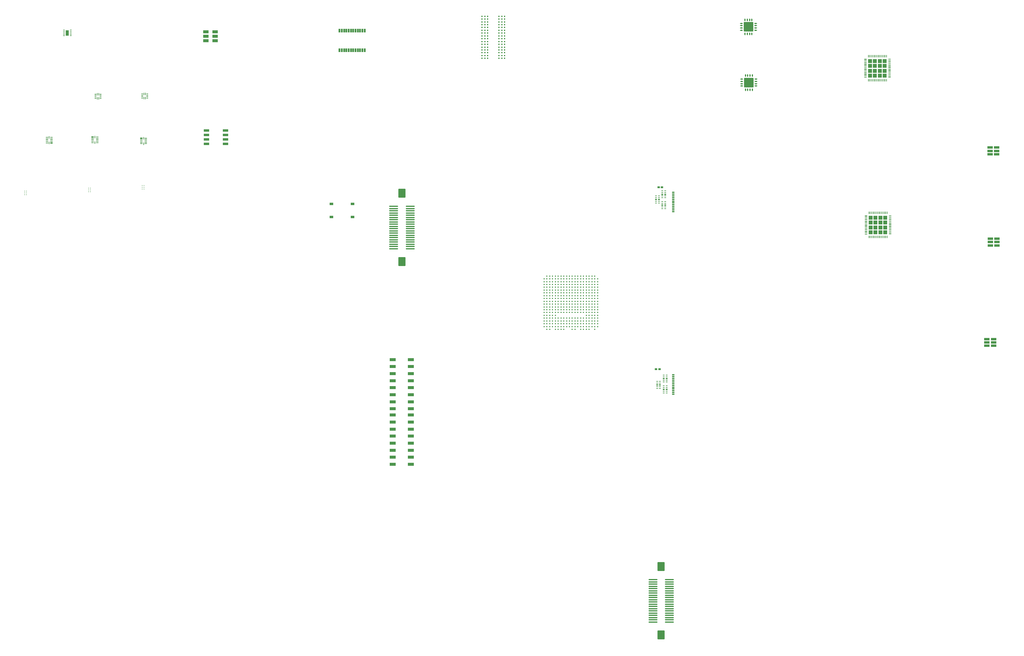
<source format=gtp>
%FSLAX46Y46*%
%MOMM*%
%AMPS22*
1,1,0.250000,0.000000,0.000000*
%
%ADD22PS22*%
%AMPS46*
1,1,0.400000,0.000000,0.000000*
%
%ADD46PS46*%
%AMPS30*
1,1,0.350000,0.000000,0.000000*
%
%ADD30PS30*%
%AMPS45*
21,1,0.890000,1.650000,0.000000,0.000000,90.000000*
%
%ADD45PS45*%
%AMPS44*
21,1,0.890000,1.650000,0.000000,0.000000,270.000000*
%
%ADD44PS44*%
%AMPS50*
21,1,0.450000,1.050000,0.000000,0.000000,0.000000*
%
%ADD50PS50*%
%AMPS51*
21,1,0.450000,1.050000,0.000000,0.000000,180.000000*
%
%ADD51PS51*%
%AMPS52*
21,1,0.600000,0.500000,0.000000,0.000000,0.000000*
%
%ADD52PS52*%
%AMPS43*
21,1,0.600000,0.500000,0.000000,0.000000,180.000000*
%
%ADD43PS43*%
%AMPS10*
21,1,0.650000,1.450000,0.000000,0.000000,90.000000*
%
%ADD10PS10*%
%AMPS11*
21,1,0.650000,1.450000,0.000000,0.000000,270.000000*
%
%ADD11PS11*%
%AMPS12*
21,1,0.690000,0.320000,0.000000,0.000000,0.000000*
%
%ADD12PS12*%
%AMPS37*
21,1,0.690000,0.320000,0.000000,0.000000,180.000000*
%
%ADD37PS37*%
%AMPS40*
21,1,0.890000,1.600000,0.000000,0.000000,90.000000*
%
%ADD40PS40*%
%AMPS39*
21,1,0.890000,1.600000,0.000000,0.000000,270.000000*
%
%ADD39PS39*%
%AMPS42*
21,1,0.220000,0.700000,0.000000,0.000000,0.000000*
%
%ADD42PS42*%
%AMPS48*
21,1,0.600000,1.500000,0.000000,0.000000,90.000000*
%
%ADD48PS48*%
%AMPS47*
21,1,0.600000,1.500000,0.000000,0.000000,270.000000*
%
%ADD47PS47*%
%AMPS41*
21,1,0.220000,0.450000,0.000000,0.000000,270.000000*
%
%ADD41PS41*%
%AMPS24*
21,1,0.700000,0.220000,0.000000,0.000000,180.000000*
%
%ADD24PS24*%
%AMPS23*
21,1,0.700000,0.220000,0.000000,0.000000,270.000000*
%
%ADD23PS23*%
%AMPS13*
21,1,0.690000,0.220000,0.000000,0.000000,0.000000*
%
%ADD13PS13*%
%AMPS15*
21,1,0.690000,0.220000,0.000000,0.000000,90.000000*
%
%ADD15PS15*%
%AMPS16*
21,1,0.690000,0.220000,0.000000,0.000000,180.000000*
%
%ADD16PS16*%
%AMPS14*
21,1,0.690000,0.220000,0.000000,0.000000,270.000000*
%
%ADD14PS14*%
%AMPS38*
21,1,0.320000,0.700000,0.000000,0.000000,90.000000*
%
%ADD38PS38*%
%AMPS27*
4,1,4,
0.150000,0.150000,
0.150000,1.250000,
1.250000,1.250000,
1.250000,0.150000,
0.150000,0.150000,
0
*
4,1,4,
0.150000,1.550000,
0.150000,2.650000,
1.250000,2.650000,
1.250000,1.550000,
0.150000,1.550000,
0
*
4,1,4,
1.550000,0.150000,
1.550000,1.250000,
2.650000,1.250000,
2.650000,0.150000,
1.550000,0.150000,
0
*
4,1,4,
0.150000,-2.650000,
0.150000,-1.550000,
1.250000,-1.550000,
1.250000,-2.650000,
0.150000,-2.650000,
0
*
4,1,4,
-1.250000,1.550000,
-1.250000,2.650000,
-0.150000,2.650000,
-0.150000,1.550000,
-1.250000,1.550000,
0
*
4,1,4,
1.550000,-2.650000,
1.550000,-1.550000,
2.650000,-1.550000,
2.650000,-2.650000,
1.550000,-2.650000,
0
*
4,1,4,
-2.650000,-1.250000,
-2.650000,-0.150000,
-1.550000,-0.150000,
-1.550000,-1.250000,
-2.650000,-1.250000,
0
*
4,1,4,
-2.650000,0.150000,
-2.650000,1.250000,
-1.550000,1.250000,
-1.550000,0.150000,
-2.650000,0.150000,
0
*
4,1,4,
-1.250000,-1.250000,
-1.250000,-0.150000,
-0.150000,-0.150000,
-0.150000,-1.250000,
-1.250000,-1.250000,
0
*
4,1,4,
1.550000,-1.250000,
1.550000,-0.150000,
2.650000,-0.150000,
2.650000,-1.250000,
1.550000,-1.250000,
0
*
4,1,4,
0.150000,-1.250000,
0.150000,-0.150000,
1.250000,-0.150000,
1.250000,-1.250000,
0.150000,-1.250000,
0
*
4,1,4,
-1.250000,0.150000,
-1.250000,1.250000,
-0.150000,1.250000,
-0.150000,0.150000,
-1.250000,0.150000,
0
*
4,1,4,
-2.650000,1.550000,
-2.650000,2.650000,
-1.550000,2.650000,
-1.550000,1.550000,
-2.650000,1.550000,
0
*
4,1,4,
-2.650000,-2.650000,
-2.650000,-1.550000,
-1.550000,-1.550000,
-1.550000,-2.650000,
-2.650000,-2.650000,
0
*
4,1,4,
-1.250000,-2.650000,
-1.250000,-1.550000,
-0.150000,-1.550000,
-0.150000,-2.650000,
-1.250000,-2.650000,
0
*
4,1,4,
1.550000,1.550000,
1.550000,2.650000,
2.650000,2.650000,
2.650000,1.550000,
1.550000,1.550000,
0
*
%
%ADD27PS27*%
%AMPS31*
1,1,0.100000,-0.200000,-0.050000*
1,1,0.100000,-0.200000,0.050000*
21,1,0.500000,0.100000,0.000000,0.000000,0.000000*
21,1,0.400000,0.200000,0.000000,0.000000,0.000000*
1,1,0.100000,0.200000,-0.050000*
1,1,0.100000,0.200000,0.050000*
%
%ADD31PS31*%
%AMPS32*
1,1,0.100000,0.200000,0.050000*
1,1,0.100000,0.200000,-0.050000*
21,1,0.500000,0.100000,0.000000,0.000000,180.000000*
21,1,0.400000,0.200000,0.000000,0.000000,180.000000*
1,1,0.100000,-0.200000,0.050000*
1,1,0.100000,-0.200000,-0.050000*
%
%ADD32PS32*%
%AMPS36*
1,1,0.200000,-0.900000,1.150000*
1,1,0.200000,0.900000,1.150000*
21,1,2.500000,1.800000,0.000000,0.000000,270.000000*
21,1,2.300000,2.000000,0.000000,0.000000,270.000000*
1,1,0.200000,-0.900000,-1.150000*
1,1,0.200000,0.900000,-1.150000*
%
%ADD36PS36*%
%AMPS21*
1,1,0.100000,-1.300000,-1.300000*
1,1,0.100000,-1.300000,1.300000*
21,1,2.700000,2.600000,0.000000,0.000000,0.000000*
21,1,2.600000,2.700000,0.000000,0.000000,0.000000*
1,1,0.100000,1.300000,-1.300000*
1,1,0.100000,1.300000,1.300000*
%
%ADD21PS21*%
%AMPS28*
1,1,0.100000,0.232500,0.050000*
1,1,0.100000,0.232500,-0.050000*
21,1,0.565000,0.100000,0.000000,0.000000,180.000000*
21,1,0.465000,0.200000,0.000000,0.000000,180.000000*
1,1,0.100000,-0.232500,0.050000*
1,1,0.100000,-0.232500,-0.050000*
%
%ADD28PS28*%
%AMPS33*
1,1,0.100000,0.400000,0.700000*
1,1,0.100000,0.400000,-0.700000*
21,1,0.900000,1.400000,0.000000,0.000000,180.000000*
21,1,0.800000,1.500000,0.000000,0.000000,180.000000*
1,1,0.100000,-0.400000,0.700000*
1,1,0.100000,-0.400000,-0.700000*
%
%ADD33PS33*%
%AMPS49*
1,1,0.200000,-0.400000,-0.275000*
1,1,0.200000,-0.400000,0.275000*
21,1,1.000000,0.550000,0.000000,0.000000,0.000000*
21,1,0.800000,0.750000,0.000000,0.000000,0.000000*
1,1,0.200000,0.400000,-0.275000*
1,1,0.200000,0.400000,0.275000*
%
%ADD49PS49*%
%AMPS29*
1,1,0.100000,0.232500,0.150000*
1,1,0.100000,0.232500,-0.150000*
21,1,0.565000,0.300000,0.000000,0.000000,180.000000*
21,1,0.465000,0.400000,0.000000,0.000000,180.000000*
1,1,0.100000,-0.232500,0.150000*
1,1,0.100000,-0.232500,-0.150000*
%
%ADD29PS29*%
%AMPS34*
1,1,0.200000,1.150000,-0.075000*
1,1,0.200000,-1.150000,-0.075000*
21,1,0.350000,2.300000,0.000000,0.000000,90.000000*
21,1,0.150000,2.500000,0.000000,0.000000,90.000000*
1,1,0.200000,1.150000,0.075000*
1,1,0.200000,-1.150000,0.075000*
%
%ADD34PS34*%
%AMPS35*
1,1,0.200000,-1.150000,0.075000*
1,1,0.200000,1.150000,0.075000*
21,1,0.350000,2.300000,0.000000,0.000000,270.000000*
21,1,0.150000,2.500000,0.000000,0.000000,270.000000*
1,1,0.200000,-1.150000,-0.075000*
1,1,0.200000,1.150000,-0.075000*
%
%ADD35PS35*%
%AMPS19*
1,1,0.350000,0.000000,-0.225000*
1,1,0.350000,0.000000,0.225000*
21,1,0.350000,0.450000,0.000000,0.000000,0.000000*
21,1,0.000000,0.800000,0.000000,0.000000,0.000000*
1,1,0.350000,0.000000,-0.225000*
1,1,0.350000,0.000000,0.225000*
%
%ADD19PS19*%
%AMPS17*
1,1,0.350000,0.225000,0.000000*
1,1,0.350000,-0.225000,0.000000*
21,1,0.350000,0.450000,0.000000,0.000000,90.000000*
21,1,0.000000,0.800000,0.000000,0.000000,90.000000*
1,1,0.350000,0.225000,0.000000*
1,1,0.350000,-0.225000,0.000000*
%
%ADD17PS17*%
%AMPS20*
1,1,0.350000,0.000000,0.225000*
1,1,0.350000,0.000000,-0.225000*
21,1,0.350000,0.450000,0.000000,0.000000,180.000000*
21,1,0.000000,0.800000,0.000000,0.000000,180.000000*
1,1,0.350000,0.000000,0.225000*
1,1,0.350000,0.000000,-0.225000*
%
%ADD20PS20*%
%AMPS18*
1,1,0.350000,-0.225000,0.000000*
1,1,0.350000,0.225000,0.000000*
21,1,0.350000,0.450000,0.000000,0.000000,270.000000*
21,1,0.000000,0.800000,0.000000,0.000000,270.000000*
1,1,0.350000,-0.225000,0.000000*
1,1,0.350000,0.225000,0.000000*
%
%ADD18PS18*%
%AMPS26*
4,1,4,
0.010000,0.005000,
0.010000,0.215000,
0.690000,0.215000,
0.690000,0.005000,
0.010000,0.005000,
0
*
4,1,4,
0.010000,0.405000,
0.010000,0.615000,
0.690000,0.615000,
0.690000,0.405000,
0.010000,0.405000,
0
*
%
%ADD26PS26*%
%AMPS25*
4,1,4,
-0.010000,-0.005000,
-0.010000,-0.215000,
-0.690000,-0.215000,
-0.690000,-0.005000,
-0.010000,-0.005000,
0
*
4,1,4,
-0.010000,-0.405000,
-0.010000,-0.615000,
-0.690000,-0.615000,
-0.690000,-0.405000,
-0.010000,-0.405000,
0
*
4,1,4,
-0.010000,-0.805000,
-0.010000,-1.015000,
-0.690000,-1.015000,
-0.690000,-0.805000,
-0.010000,-0.805000,
0
*
%
%ADD25PS25*%
G01*
G01*
%LPD*%
G75*
D10*
X128140000Y-14840000D03*
D11*
X128140000Y-12940000D03*
D11*
X126240000Y-14840000D03*
D11*
X126240000Y-12940000D03*
D11*
X126240000Y-13890000D03*
D10*
X128140000Y-13890000D03*
D12*
X-139955000Y42915000D03*
D13*
X-139955000Y43715000D03*
D14*
X-140610000Y42910000D03*
D15*
X-140610000Y44520000D03*
D16*
X-141265000Y43715000D03*
D16*
X-141265000Y44115000D03*
D16*
X-141265000Y44515000D03*
D16*
X-141265000Y42915000D03*
D13*
X-139955000Y43315000D03*
D16*
X-141265000Y43315000D03*
D13*
X-139955000Y44515000D03*
D13*
X-139955000Y44115000D03*
D17*
X56500000Y60425000D03*
D18*
X60500000Y59775000D03*
D17*
X56500000Y59775000D03*
D19*
X58825000Y62100000D03*
D19*
X57525000Y62100000D03*
D18*
X60500000Y61075000D03*
D17*
X56500000Y61075000D03*
D20*
X58175000Y58100000D03*
D19*
X58175000Y62100000D03*
D21*
X58500000Y60100000D03*
D18*
X60500000Y59125000D03*
D19*
X59475000Y62100000D03*
D17*
X56500000Y59125000D03*
D20*
X59475000Y58100000D03*
D20*
X58825000Y58100000D03*
D20*
X57525000Y58100000D03*
D18*
X60500000Y60425000D03*
D22*
X-129400000Y29500000D03*
D22*
X-129400000Y30000000D03*
D22*
X-128900000Y29000000D03*
D22*
X-128900000Y29500000D03*
D22*
X-129400000Y29000000D03*
D22*
X-128900000Y30000000D03*
D23*
X94500000Y60760000D03*
D23*
X93700000Y67640000D03*
D23*
X93700000Y60760000D03*
D24*
X98540000Y62800000D03*
D25*
X92010000Y62510000D03*
D23*
X95300000Y60760000D03*
D24*
X98540000Y65200000D03*
D23*
X95700000Y67640000D03*
D24*
X98540000Y66400000D03*
D23*
X97300000Y67640000D03*
D23*
X94100000Y67640000D03*
D23*
X95300000Y67640000D03*
D23*
X92900000Y67640000D03*
D23*
X92900000Y60760000D03*
D24*
X98540000Y63200000D03*
D26*
X98190000Y64290000D03*
D26*
X98190000Y63490000D03*
D23*
X94900000Y60760000D03*
D23*
X96100000Y67640000D03*
D23*
X95700000Y60760000D03*
D23*
X97700000Y60760000D03*
D23*
X92500000Y67640000D03*
D23*
X96500000Y60760000D03*
D24*
X98540000Y66800000D03*
D23*
X96900000Y67640000D03*
D23*
X96900000Y60760000D03*
D23*
X96500000Y67640000D03*
D24*
X98540000Y62000000D03*
D24*
X98540000Y66000000D03*
D23*
X94900000Y67640000D03*
D24*
X98540000Y65600000D03*
D25*
X92010000Y64110000D03*
D23*
X97700000Y67640000D03*
D23*
X94100000Y60760000D03*
D23*
X97300000Y60760000D03*
D24*
X98540000Y62400000D03*
D23*
X94500000Y67640000D03*
D23*
X92500000Y60760000D03*
D27*
X95100000Y64200000D03*
D23*
X93300000Y60760000D03*
D25*
X92010000Y65310000D03*
D24*
X98540000Y61600000D03*
D24*
X91660000Y65600000D03*
D25*
X92010000Y66910000D03*
D24*
X91660000Y62800000D03*
D23*
X93300000Y67640000D03*
D23*
X96100000Y60760000D03*
D28*
X34282500Y-28300000D03*
D28*
X35117500Y-26300000D03*
D28*
X35117500Y-27800000D03*
D29*
X34282500Y-27300000D03*
D28*
X34282500Y-26300000D03*
D28*
X35117500Y-26800000D03*
D28*
X34282500Y-26800000D03*
D28*
X35117500Y-28300000D03*
D29*
X35117500Y-27300000D03*
D28*
X34282500Y-27800000D03*
D30*
X240000Y-4590000D03*
D30*
X2640000Y1010000D03*
D30*
X14640000Y-7790000D03*
D30*
X11440000Y-8590000D03*
D30*
X1840000Y-6990000D03*
D30*
X13840000Y-2990000D03*
D30*
X9840000Y-2990000D03*
D30*
X11440000Y-2190000D03*
D30*
X9840000Y4210000D03*
D30*
X5840000Y-2190000D03*
D30*
X6640000Y-4590000D03*
D30*
X5040000Y-5390000D03*
D30*
X8240000Y-2990000D03*
D30*
X13840000Y1010000D03*
D30*
X5040000Y-6990000D03*
D30*
X4240000Y-2990000D03*
D30*
X5040000Y-7790000D03*
D30*
X15440000Y-7790000D03*
D30*
X4240000Y-2190000D03*
D30*
X12240000Y-10190000D03*
D30*
X240000Y-6990000D03*
D30*
X7440000Y-9390000D03*
D30*
X4240000Y2610000D03*
D30*
X240000Y-9390000D03*
D30*
X13840000Y-6990000D03*
D30*
X15440000Y3410000D03*
D30*
X10640000Y-6990000D03*
D30*
X240000Y1810000D03*
D30*
X14640000Y2610000D03*
D30*
X3440000Y-8590000D03*
D30*
X1840000Y-3790000D03*
D30*
X1040000Y1010000D03*
D30*
X14640000Y1810000D03*
D30*
X1040000Y4210000D03*
D30*
X8240000Y-590000D03*
D30*
X3440000Y1810000D03*
D30*
X3440000Y-6990000D03*
D30*
X9040000Y-7790000D03*
D30*
X4240000Y-7790000D03*
D30*
X7440000Y-4590000D03*
D30*
X14640000Y5010000D03*
D30*
X3440000Y-590000D03*
D30*
X14640000Y-590000D03*
D30*
X11440000Y-1390000D03*
D30*
X1040000Y-10190000D03*
D30*
X9840000Y1010000D03*
D30*
X10640000Y-10190000D03*
D30*
X2640000Y-4590000D03*
D30*
X1840000Y210000D03*
D30*
X9840000Y5010000D03*
D30*
X11440000Y1010000D03*
D30*
X5040000Y3410000D03*
D30*
X7440000Y-590000D03*
D30*
X13040000Y-2990000D03*
D30*
X4240000Y-6990000D03*
D30*
X2640000Y-9390000D03*
D30*
X15440000Y210000D03*
D30*
X10640000Y-9390000D03*
D30*
X15440000Y1810000D03*
D30*
X5040000Y-4590000D03*
D30*
X9840000Y-6990000D03*
D30*
X2640000Y5010000D03*
D30*
X5040000Y-8590000D03*
D30*
X11440000Y-7790000D03*
D30*
X6640000Y1810000D03*
D30*
X240000Y-3790000D03*
D30*
X11440000Y-2990000D03*
D30*
X6640000Y-9390000D03*
D30*
X9040000Y-2190000D03*
D30*
X6640000Y-6990000D03*
D30*
X1840000Y2610000D03*
D30*
X240000Y-590000D03*
D30*
X7440000Y-6990000D03*
D30*
X10640000Y-7790000D03*
D30*
X8240000Y1810000D03*
D30*
X9040000Y-4590000D03*
D30*
X5840000Y-1390000D03*
D30*
X5840000Y-6990000D03*
D30*
X14640000Y-1390000D03*
D30*
X11440000Y4210000D03*
D30*
X9040000Y-5390000D03*
D30*
X1840000Y-5390000D03*
D30*
X12240000Y-8590000D03*
D30*
X15440000Y-6990000D03*
D30*
X6640000Y-3790000D03*
D30*
X2640000Y-5390000D03*
D30*
X14640000Y-2990000D03*
D30*
X240000Y-2990000D03*
D30*
X5840000Y4210000D03*
D30*
X13040000Y210000D03*
D30*
X11440000Y-9390000D03*
D30*
X9040000Y-2990000D03*
D30*
X10640000Y5010000D03*
D30*
X8240000Y-2190000D03*
D30*
X11440000Y2610000D03*
D30*
X15440000Y-6190000D03*
D30*
X10640000Y210000D03*
D30*
X7440000Y-3790000D03*
D30*
X8240000Y-5390000D03*
D30*
X14640000Y1010000D03*
D30*
X9040000Y1810000D03*
D30*
X3440000Y-4590000D03*
D30*
X2640000Y3410000D03*
D30*
X7440000Y210000D03*
D30*
X12240000Y1010000D03*
D30*
X7440000Y-1390000D03*
D30*
X5040000Y1010000D03*
D30*
X1040000Y-1390000D03*
D30*
X3440000Y4210000D03*
D30*
X9840000Y210000D03*
D30*
X1040000Y5010000D03*
D30*
X240000Y-8590000D03*
D30*
X5840000Y1010000D03*
D30*
X4240000Y4210000D03*
D30*
X240000Y210000D03*
D30*
X13840000Y-7790000D03*
D30*
X8240000Y-4590000D03*
D30*
X13040000Y-3790000D03*
D30*
X14640000Y-9390000D03*
D30*
X9040000Y-3790000D03*
D30*
X9840000Y-2190000D03*
D30*
X2640000Y210000D03*
D30*
X14640000Y-6990000D03*
D30*
X6640000Y4210000D03*
D30*
X4240000Y-5390000D03*
D30*
X4240000Y-9390000D03*
D30*
X5040000Y1810000D03*
D30*
X1840000Y-2990000D03*
D30*
X240000Y-5390000D03*
D30*
X13840000Y-3790000D03*
D30*
X5040000Y-1390000D03*
D30*
X240000Y2610000D03*
D30*
X10640000Y2610000D03*
D30*
X6640000Y-590000D03*
D30*
X13040000Y-8590000D03*
D30*
X12240000Y3410000D03*
D30*
X8240000Y-1390000D03*
D30*
X15440000Y-590000D03*
D30*
X8240000Y3410000D03*
D30*
X4240000Y1810000D03*
D30*
X13040000Y1810000D03*
D30*
X13840000Y1810000D03*
D30*
X6640000Y1010000D03*
D30*
X13840000Y-590000D03*
D30*
X1840000Y4210000D03*
D30*
X3440000Y-2990000D03*
D30*
X15440000Y4210000D03*
D30*
X11440000Y-590000D03*
D30*
X13840000Y-8590000D03*
D30*
X1040000Y-4590000D03*
D30*
X5040000Y-2990000D03*
D30*
X240000Y4210000D03*
D30*
X8240000Y1010000D03*
D30*
X7440000Y-2990000D03*
D30*
X13840000Y3410000D03*
D30*
X1040000Y-590000D03*
D30*
X12240000Y4210000D03*
D30*
X9840000Y-4590000D03*
D30*
X6640000Y210000D03*
D30*
X13840000Y-5390000D03*
D30*
X8240000Y-10190000D03*
D30*
X11440000Y-10190000D03*
D30*
X4240000Y5010000D03*
D30*
X14640000Y4210000D03*
D30*
X5840000Y1810000D03*
D30*
X6640000Y-2990000D03*
D30*
X1040000Y-6990000D03*
D30*
X240000Y-1390000D03*
D30*
X2640000Y-2990000D03*
D30*
X7440000Y5010000D03*
D30*
X5840000Y210000D03*
D30*
X1840000Y-8590000D03*
D30*
X7440000Y3410000D03*
D30*
X3440000Y5010000D03*
D30*
X5840000Y-2990000D03*
D30*
X14640000Y210000D03*
D30*
X8240000Y4210000D03*
D30*
X14640000Y-3790000D03*
D30*
X1840000Y-1390000D03*
D30*
X240000Y-6190000D03*
D30*
X6640000Y5010000D03*
D30*
X10640000Y-1390000D03*
D30*
X5840000Y2610000D03*
D30*
X10640000Y1810000D03*
D30*
X14640000Y-10190000D03*
D30*
X14640000Y3410000D03*
D30*
X240000Y-7790000D03*
D30*
X4240000Y-10190000D03*
D30*
X1040000Y-7790000D03*
D30*
X9040000Y-1390000D03*
D30*
X6640000Y2610000D03*
D30*
X9040000Y-6990000D03*
D30*
X12240000Y-3790000D03*
D30*
X9840000Y3410000D03*
D30*
X12240000Y-5390000D03*
D30*
X9040000Y3410000D03*
D30*
X12240000Y-7790000D03*
D30*
X13840000Y2610000D03*
D30*
X9840000Y-5390000D03*
D30*
X12240000Y-590000D03*
D30*
X9040000Y5010000D03*
D30*
X9040000Y-9390000D03*
D30*
X5040000Y5010000D03*
D30*
X3440000Y-7790000D03*
D30*
X10640000Y-2190000D03*
D30*
X3440000Y-9390000D03*
D30*
X1040000Y-2990000D03*
D30*
X2640000Y1810000D03*
D30*
X13040000Y-6990000D03*
D30*
X12240000Y1810000D03*
D30*
X15440000Y-5390000D03*
D30*
X1840000Y1010000D03*
D30*
X13040000Y-7790000D03*
D30*
X12240000Y-6190000D03*
D30*
X5040000Y210000D03*
D30*
X1840000Y3410000D03*
D30*
X2640000Y-590000D03*
D30*
X1040000Y-9390000D03*
D30*
X9840000Y-1390000D03*
D30*
X2640000Y-3790000D03*
D30*
X9040000Y4210000D03*
D30*
X5840000Y-8590000D03*
D30*
X13040000Y-9390000D03*
D30*
X6640000Y-7790000D03*
D30*
X10640000Y3410000D03*
D30*
X15440000Y-3790000D03*
D30*
X6640000Y-2190000D03*
D30*
X7440000Y-2190000D03*
D30*
X8240000Y2610000D03*
D30*
X5040000Y4210000D03*
D30*
X4240000Y-4590000D03*
D30*
X1840000Y1810000D03*
D30*
X9840000Y-590000D03*
D30*
X5040000Y-3790000D03*
D30*
X13040000Y-4590000D03*
D30*
X1040000Y1810000D03*
D30*
X13040000Y5010000D03*
D30*
X10640000Y1010000D03*
D30*
X13040000Y-590000D03*
D30*
X5840000Y-590000D03*
D30*
X10640000Y4210000D03*
D30*
X3440000Y210000D03*
D30*
X5840000Y5010000D03*
D30*
X13040000Y-10190000D03*
D30*
X1840000Y-7790000D03*
D30*
X10640000Y-590000D03*
D30*
X9840000Y-9390000D03*
D30*
X1040000Y3410000D03*
D30*
X1840000Y-4590000D03*
D30*
X2640000Y-6190000D03*
D30*
X13040000Y1010000D03*
D30*
X10640000Y-2990000D03*
D30*
X13840000Y-6190000D03*
D30*
X7440000Y1010000D03*
D30*
X1040000Y-6190000D03*
D30*
X5840000Y-5390000D03*
D30*
X13840000Y-9390000D03*
D30*
X8240000Y-7790000D03*
D30*
X15440000Y-1390000D03*
D30*
X13040000Y2610000D03*
D30*
X14640000Y-5390000D03*
D30*
X2640000Y-7790000D03*
D30*
X11440000Y210000D03*
D30*
X11440000Y-6990000D03*
D30*
X3440000Y-10190000D03*
D30*
X3440000Y-1390000D03*
D30*
X8240000Y-9390000D03*
D30*
X13040000Y-1390000D03*
D30*
X11440000Y1810000D03*
D30*
X13040000Y-2190000D03*
D30*
X4240000Y210000D03*
D30*
X14640000Y-6190000D03*
D30*
X2640000Y2610000D03*
D30*
X9040000Y1010000D03*
D30*
X1840000Y-590000D03*
D30*
X1840000Y5010000D03*
D30*
X7440000Y4210000D03*
D30*
X6640000Y-5390000D03*
D30*
X12240000Y-2190000D03*
D30*
X6640000Y-1390000D03*
D30*
X13040000Y4210000D03*
D30*
X5040000Y-10190000D03*
D30*
X9040000Y210000D03*
D30*
X7440000Y-8590000D03*
D30*
X2640000Y-1390000D03*
D30*
X1040000Y210000D03*
D30*
X11440000Y-5390000D03*
D30*
X4240000Y-590000D03*
D30*
X6640000Y3410000D03*
D30*
X3440000Y-5390000D03*
D30*
X5040000Y-590000D03*
D30*
X9040000Y-10190000D03*
D30*
X5840000Y-7790000D03*
D30*
X3440000Y-6190000D03*
D30*
X9840000Y1810000D03*
D30*
X1040000Y-2190000D03*
D30*
X15440000Y-2990000D03*
D30*
X1040000Y2610000D03*
D30*
X240000Y-2190000D03*
D30*
X15440000Y-8590000D03*
D30*
X1040000Y-5390000D03*
D30*
X1840000Y-2190000D03*
D30*
X3440000Y-3790000D03*
D30*
X15440000Y2610000D03*
D30*
X4240000Y-3790000D03*
D30*
X7440000Y1810000D03*
D30*
X12240000Y-9390000D03*
D30*
X13840000Y-4590000D03*
D30*
X9840000Y2610000D03*
D30*
X12240000Y5010000D03*
D30*
X4240000Y-8590000D03*
D30*
X1040000Y-8590000D03*
D30*
X12240000Y-2990000D03*
D30*
X15440000Y1010000D03*
D30*
X12240000Y2610000D03*
D30*
X8240000Y210000D03*
D30*
X7440000Y-7790000D03*
D30*
X3440000Y-2190000D03*
D30*
X11440000Y-3790000D03*
D30*
X12240000Y-6990000D03*
D30*
X5840000Y-10190000D03*
D30*
X13840000Y4210000D03*
D30*
X14640000Y-4590000D03*
D30*
X15440000Y-4590000D03*
D30*
X240000Y3410000D03*
D30*
X10640000Y-4590000D03*
D30*
X14640000Y-2190000D03*
D30*
X11440000Y5010000D03*
D30*
X4240000Y-1390000D03*
D30*
X9040000Y-8590000D03*
D30*
X1840000Y-6190000D03*
D30*
X5040000Y2610000D03*
D30*
X9840000Y-7790000D03*
D30*
X5840000Y-3790000D03*
D30*
X9840000Y-3790000D03*
D30*
X7440000Y2610000D03*
D30*
X13040000Y-6190000D03*
D30*
X2640000Y-6990000D03*
D30*
X2640000Y4210000D03*
D30*
X10640000Y-8590000D03*
D30*
X8240000Y-6990000D03*
D30*
X5040000Y-9390000D03*
D30*
X1840000Y-9390000D03*
D30*
X240000Y1010000D03*
D30*
X5840000Y-9390000D03*
D30*
X8240000Y5010000D03*
D30*
X5840000Y-4590000D03*
D30*
X6640000Y-8590000D03*
D30*
X12240000Y-4590000D03*
D30*
X4240000Y1010000D03*
D30*
X4240000Y3410000D03*
D30*
X12240000Y210000D03*
D30*
X13840000Y5010000D03*
D30*
X9040000Y-590000D03*
D30*
X1040000Y-3790000D03*
D30*
X13840000Y210000D03*
D30*
X3440000Y2610000D03*
D30*
X12240000Y-1390000D03*
D30*
X9840000Y-8590000D03*
D30*
X8240000Y-3790000D03*
D30*
X15440000Y-2190000D03*
D30*
X13840000Y-2190000D03*
D30*
X11440000Y3410000D03*
D30*
X5840000Y3410000D03*
D30*
X10640000Y-5390000D03*
D30*
X5040000Y-2190000D03*
D30*
X2640000Y-8590000D03*
D30*
X2640000Y-2190000D03*
D30*
X11440000Y-4590000D03*
D30*
X13040000Y3410000D03*
D30*
X8240000Y-8590000D03*
D30*
X7440000Y-5390000D03*
D30*
X13040000Y-5390000D03*
D30*
X1840000Y-10190000D03*
D30*
X10640000Y-3790000D03*
D30*
X14640000Y-8590000D03*
D30*
X3440000Y3410000D03*
D30*
X15440000Y-9390000D03*
D30*
X13840000Y-1390000D03*
D30*
X9040000Y2610000D03*
D30*
X3440000Y1010000D03*
D10*
X129100000Y13740000D03*
D11*
X129100000Y15640000D03*
D11*
X127200000Y13740000D03*
D11*
X127200000Y15640000D03*
D11*
X127200000Y14690000D03*
D10*
X129100000Y14690000D03*
D31*
X-136390000Y74650000D03*
D32*
X-134490000Y73850000D03*
D31*
X-136390000Y75050000D03*
D33*
X-135440000Y74250000D03*
D32*
X-134490000Y73450000D03*
D32*
X-134490000Y74250000D03*
D31*
X-136390000Y73850000D03*
D31*
X-136390000Y74250000D03*
D32*
X-134490000Y74650000D03*
D32*
X-134490000Y75050000D03*
D31*
X-136390000Y73450000D03*
D17*
X56400000Y76325000D03*
D18*
X60400000Y75675000D03*
D17*
X56400000Y75675000D03*
D19*
X58725000Y78000000D03*
D19*
X57425000Y78000000D03*
D18*
X60400000Y76975000D03*
D17*
X56400000Y76975000D03*
D20*
X58075000Y74000000D03*
D19*
X58075000Y78000000D03*
D21*
X58400000Y76000000D03*
D18*
X60400000Y75025000D03*
D19*
X59375000Y78000000D03*
D17*
X56400000Y75025000D03*
D20*
X59375000Y74000000D03*
D20*
X58725000Y74000000D03*
D20*
X57425000Y74000000D03*
D18*
X60400000Y76325000D03*
D34*
X35889997Y-86547513D03*
D35*
X31189997Y-81467513D03*
D35*
X31189997Y-92262513D03*
D34*
X35889997Y-83372513D03*
D35*
X31189997Y-90992513D03*
D36*
X33540000Y-77765000D03*
D35*
X31189997Y-89087513D03*
D34*
X35889997Y-92262513D03*
D34*
X35889997Y-87817513D03*
D35*
X31189997Y-84007513D03*
D35*
X31189997Y-85277513D03*
D35*
X31189997Y-87182513D03*
D35*
X31189997Y-93532513D03*
D34*
X35889997Y-81467513D03*
D35*
X31189997Y-84642513D03*
D35*
X31189997Y-90357513D03*
D35*
X31189997Y-89722513D03*
D35*
X31189997Y-92897513D03*
D34*
X35889997Y-82102513D03*
D34*
X35889997Y-90992513D03*
D34*
X35889997Y-90357513D03*
D34*
X35889997Y-93532513D03*
D34*
X35889997Y-91627513D03*
D34*
X35889997Y-89722513D03*
D34*
X35889997Y-88452513D03*
D35*
X31189997Y-82102513D03*
D35*
X31189997Y-87817513D03*
D34*
X35889997Y-85277513D03*
D35*
X31189997Y-88452513D03*
D34*
X35889997Y-84007513D03*
D35*
X31189997Y-85912513D03*
D34*
X35889997Y-92897513D03*
D35*
X31189997Y-91627513D03*
D36*
X33540000Y-97235000D03*
D34*
X35889997Y-85912513D03*
D34*
X35889997Y-84642513D03*
D34*
X35889997Y-87182513D03*
D35*
X31189997Y-83372513D03*
D34*
X35889997Y-89087513D03*
D35*
X31189997Y-82737513D03*
D35*
X31189997Y-86547513D03*
D34*
X35889997Y-82737513D03*
D37*
X-114400000Y44300000D03*
D16*
X-114400000Y43500000D03*
D15*
X-113745000Y44305000D03*
D14*
X-113745000Y42695000D03*
D13*
X-113090000Y43500000D03*
D13*
X-113090000Y43100000D03*
D13*
X-113090000Y42700000D03*
D13*
X-113090000Y44300000D03*
D16*
X-114400000Y43900000D03*
D13*
X-113090000Y43900000D03*
D16*
X-114400000Y42700000D03*
D16*
X-114400000Y43100000D03*
D22*
X-114110000Y30260000D03*
D22*
X-114110000Y30760000D03*
D22*
X-113610000Y29760000D03*
D22*
X-113610000Y30260000D03*
D22*
X-114110000Y29760000D03*
D22*
X-113610000Y30760000D03*
D38*
X36990000Y-26650002D03*
D38*
X36990000Y-24650002D03*
D38*
X36990000Y-27150002D03*
D38*
X36990000Y-25150002D03*
D38*
X36990000Y-23150002D03*
D38*
X36990000Y-28150002D03*
D38*
X36990000Y-28650002D03*
D38*
X36990000Y-27650002D03*
D38*
X36990000Y-24150002D03*
D38*
X36990000Y-26150002D03*
D38*
X36990000Y-23650002D03*
D38*
X36990000Y-25650002D03*
D28*
X33882500Y27300000D03*
D28*
X34717500Y29300000D03*
D28*
X34717500Y27800000D03*
D29*
X33882500Y28300000D03*
D28*
X33882500Y29300000D03*
D28*
X34717500Y28800000D03*
D28*
X33882500Y28800000D03*
D28*
X34717500Y27300000D03*
D29*
X34717500Y28300000D03*
D28*
X33882500Y27800000D03*
D39*
X-96000000Y73300000D03*
D40*
X-93400000Y72030000D03*
D40*
X-93400000Y73300000D03*
D39*
X-96000000Y74570000D03*
D39*
X-96000000Y72030000D03*
D40*
X-93400000Y74570000D03*
D41*
X-112695000Y56090000D03*
D41*
X-114145000Y55690000D03*
D41*
X-112695000Y56490000D03*
D41*
X-112695000Y56890000D03*
D42*
X-113620000Y56890000D03*
D41*
X-114145000Y56490000D03*
D41*
X-114145000Y56090000D03*
D41*
X-114145000Y56890000D03*
D42*
X-113220000Y56890000D03*
D42*
X-113220000Y55690000D03*
D42*
X-113620000Y55690000D03*
D41*
X-112695000Y55690000D03*
D43*
X32100000Y-21500000D03*
D43*
X33100000Y-21500000D03*
D44*
X-42874995Y-36599999D03*
D45*
X-37724995Y-46599999D03*
D45*
X-37724995Y-38599999D03*
D45*
X-37724995Y-40599999D03*
D44*
X-42874995Y-44599999D03*
D45*
X-37724995Y-42599999D03*
D44*
X-42874995Y-46599999D03*
D45*
X-37724995Y-34599999D03*
D45*
X-37724995Y-48599999D03*
D45*
X-37724995Y-36599999D03*
D44*
X-42874995Y-38599999D03*
D44*
X-42874995Y-34599999D03*
D44*
X-42874995Y-40599999D03*
D44*
X-42874995Y-48599999D03*
D45*
X-37724995Y-44599999D03*
D44*
X-42874995Y-42599999D03*
D23*
X94660000Y16120000D03*
D23*
X93860000Y23000000D03*
D23*
X93860000Y16120000D03*
D24*
X98700000Y18160000D03*
D25*
X92170000Y17870000D03*
D23*
X95460000Y16120000D03*
D24*
X98700000Y20560000D03*
D23*
X95860000Y23000000D03*
D24*
X98700000Y21760000D03*
D23*
X97460000Y23000000D03*
D23*
X94260000Y23000000D03*
D23*
X95460000Y23000000D03*
D23*
X93060000Y23000000D03*
D23*
X93060000Y16120000D03*
D24*
X98700000Y18560000D03*
D26*
X98350000Y19650000D03*
D26*
X98350000Y18850000D03*
D23*
X95060000Y16120000D03*
D23*
X96260000Y23000000D03*
D23*
X95860000Y16120000D03*
D23*
X97860000Y16120000D03*
D23*
X92660000Y23000000D03*
D23*
X96660000Y16120000D03*
D24*
X98700000Y22160000D03*
D23*
X97060000Y23000000D03*
D23*
X97060000Y16120000D03*
D23*
X96660000Y23000000D03*
D24*
X98700000Y17360000D03*
D24*
X98700000Y21360000D03*
D23*
X95060000Y23000000D03*
D24*
X98700000Y20960000D03*
D25*
X92170000Y19470000D03*
D23*
X97860000Y23000000D03*
D23*
X94260000Y16120000D03*
D23*
X97460000Y16120000D03*
D24*
X98700000Y17760000D03*
D23*
X94660000Y23000000D03*
D23*
X92660000Y16120000D03*
D27*
X95260000Y19560000D03*
D23*
X93460000Y16120000D03*
D25*
X92170000Y20670000D03*
D24*
X98700000Y16960000D03*
D24*
X91820000Y20960000D03*
D25*
X92170000Y22270000D03*
D24*
X91820000Y18160000D03*
D23*
X93460000Y23000000D03*
D23*
X96260000Y16120000D03*
D38*
X36990000Y25349998D03*
D38*
X36990000Y27349998D03*
D38*
X36990000Y24849998D03*
D38*
X36990000Y26849998D03*
D38*
X36990000Y28849998D03*
D38*
X36990000Y23849998D03*
D38*
X36990000Y23349998D03*
D38*
X36990000Y24349998D03*
D38*
X36990000Y27849998D03*
D38*
X36990000Y25849998D03*
D38*
X36990000Y28349998D03*
D38*
X36990000Y26349998D03*
D46*
X-12620000Y75010000D03*
D46*
X-11820000Y68610000D03*
D46*
X-11020000Y78210000D03*
D46*
X-11020000Y70210000D03*
D46*
X-15820000Y79010000D03*
D46*
X-11020000Y69410000D03*
D46*
X-16620000Y67010000D03*
D46*
X-11020000Y67010000D03*
D46*
X-17420000Y71010000D03*
D46*
X-15820000Y67010000D03*
D46*
X-16620000Y73410000D03*
D46*
X-11820000Y75010000D03*
D46*
X-11020000Y73410000D03*
D46*
X-11820000Y78210000D03*
D46*
X-12620000Y69410000D03*
D46*
X-16620000Y79010000D03*
D46*
X-12620000Y75810000D03*
D46*
X-17420000Y70210000D03*
D46*
X-12620000Y72610000D03*
D46*
X-12620000Y74210000D03*
D46*
X-12620000Y73410000D03*
D46*
X-15820000Y71810000D03*
D46*
X-16620000Y76610000D03*
D46*
X-15820000Y75010000D03*
D46*
X-16620000Y74210000D03*
D46*
X-16620000Y75810000D03*
D46*
X-16620000Y67810000D03*
D46*
X-11020000Y68610000D03*
D46*
X-12620000Y70210000D03*
D46*
X-11020000Y67810000D03*
D46*
X-11820000Y71810000D03*
D46*
X-15820000Y76610000D03*
D46*
X-16620000Y71010000D03*
D46*
X-11020000Y71810000D03*
D46*
X-11020000Y75810000D03*
D46*
X-11820000Y75810000D03*
D46*
X-15820000Y75810000D03*
D46*
X-11820000Y76610000D03*
D46*
X-11820000Y67010000D03*
D46*
X-16620000Y78210000D03*
D46*
X-12620000Y77410000D03*
D46*
X-11820000Y69410000D03*
D46*
X-11820000Y71010000D03*
D46*
X-11020000Y75010000D03*
D46*
X-16620000Y68610000D03*
D46*
X-17420000Y67010000D03*
D46*
X-12620000Y76610000D03*
D46*
X-17420000Y78210000D03*
D46*
X-11820000Y67810000D03*
D46*
X-12620000Y78210000D03*
D46*
X-17420000Y67810000D03*
D46*
X-11020000Y77410000D03*
D46*
X-12620000Y79010000D03*
D46*
X-11020000Y76610000D03*
D46*
X-11820000Y72610000D03*
D46*
X-11820000Y74210000D03*
D46*
X-11020000Y71010000D03*
D46*
X-17420000Y69410000D03*
D46*
X-15820000Y72610000D03*
D46*
X-15820000Y71010000D03*
D46*
X-11820000Y70210000D03*
D46*
X-16620000Y75010000D03*
D46*
X-15820000Y77410000D03*
D46*
X-16620000Y69410000D03*
D46*
X-16620000Y77410000D03*
D46*
X-15820000Y69410000D03*
D46*
X-11020000Y79010000D03*
D46*
X-11820000Y73410000D03*
D46*
X-15820000Y74210000D03*
D46*
X-17420000Y73410000D03*
D46*
X-17420000Y77410000D03*
D46*
X-12620000Y67810000D03*
D46*
X-12620000Y68610000D03*
D46*
X-15820000Y67810000D03*
D46*
X-15820000Y78210000D03*
D46*
X-17420000Y75010000D03*
D46*
X-17420000Y71810000D03*
D46*
X-11820000Y77410000D03*
D46*
X-17420000Y68610000D03*
D46*
X-11020000Y74210000D03*
D46*
X-15820000Y68610000D03*
D46*
X-17420000Y75810000D03*
D46*
X-17420000Y74210000D03*
D46*
X-11820000Y79010000D03*
D46*
X-12620000Y71010000D03*
D46*
X-12620000Y71810000D03*
D46*
X-17420000Y76610000D03*
D46*
X-16620000Y70210000D03*
D46*
X-17420000Y79010000D03*
D46*
X-16620000Y71810000D03*
D46*
X-15820000Y70210000D03*
D46*
X-15820000Y73410000D03*
D46*
X-17420000Y72610000D03*
D46*
X-12620000Y67010000D03*
D46*
X-11020000Y72610000D03*
D46*
X-16620000Y72610000D03*
D47*
X-95820000Y45175000D03*
D47*
X-95820000Y42635000D03*
D48*
X-90420000Y45175000D03*
D47*
X-95820000Y46445000D03*
D47*
X-95820000Y43905000D03*
D48*
X-90420000Y42635000D03*
D48*
X-90420000Y43905000D03*
D48*
X-90420000Y46445000D03*
D49*
X-60320000Y21805000D03*
D49*
X-54320000Y25555000D03*
D49*
X-54320000Y21805000D03*
D49*
X-60320000Y25555000D03*
D50*
X-57345000Y69355000D03*
D50*
X-57995000Y69355000D03*
D51*
X-55395000Y74905000D03*
D50*
X-53445000Y69355000D03*
D51*
X-56695000Y74905000D03*
D50*
X-55395000Y69355000D03*
D51*
X-50845000Y74905000D03*
D50*
X-54095000Y69355000D03*
D51*
X-51495000Y74905000D03*
D51*
X-57995000Y74905000D03*
D50*
X-56695000Y69355000D03*
D51*
X-57345000Y74905000D03*
D51*
X-53445000Y74905000D03*
D50*
X-54745000Y69355000D03*
D51*
X-52795000Y74905000D03*
D50*
X-52795000Y69355000D03*
D51*
X-52145000Y74905000D03*
D51*
X-54745000Y74905000D03*
D50*
X-51495000Y69355000D03*
D50*
X-52145000Y69355000D03*
D50*
X-56045000Y69355000D03*
D50*
X-50845000Y69355000D03*
D51*
X-54095000Y74905000D03*
D51*
X-56045000Y74905000D03*
D28*
X34282500Y-25200000D03*
D28*
X35117500Y-23200000D03*
D28*
X35117500Y-24700000D03*
D29*
X34282500Y-24200000D03*
D28*
X34282500Y-23200000D03*
D28*
X35117500Y-23700000D03*
D28*
X34282500Y-23700000D03*
D28*
X35117500Y-25200000D03*
D29*
X35117500Y-24200000D03*
D28*
X34282500Y-24700000D03*
D52*
X33800000Y30300000D03*
D52*
X32800000Y30300000D03*
D28*
X33882500Y24200000D03*
D28*
X34717500Y26200000D03*
D28*
X34717500Y24700000D03*
D29*
X33882500Y25200000D03*
D28*
X33882500Y26200000D03*
D28*
X34717500Y25700000D03*
D28*
X33882500Y25700000D03*
D28*
X34717500Y24200000D03*
D29*
X34717500Y25200000D03*
D28*
X33882500Y24700000D03*
D28*
X32082500Y25800000D03*
D28*
X32917500Y27800000D03*
D28*
X32917500Y26300000D03*
D29*
X32082500Y26800000D03*
D28*
X32082500Y27800000D03*
D28*
X32917500Y27300000D03*
D28*
X32082500Y27300000D03*
D28*
X32917500Y25800000D03*
D29*
X32917500Y26800000D03*
D28*
X32082500Y26300000D03*
D34*
X-37870003Y19792487D03*
D35*
X-42570003Y24872487D03*
D35*
X-42570003Y14077487D03*
D34*
X-37870003Y22967487D03*
D35*
X-42570003Y15347487D03*
D36*
X-40220000Y28575000D03*
D35*
X-42570003Y17252487D03*
D34*
X-37870003Y14077487D03*
D34*
X-37870003Y18522487D03*
D35*
X-42570003Y22332487D03*
D35*
X-42570003Y21062487D03*
D35*
X-42570003Y19157487D03*
D35*
X-42570003Y12807487D03*
D34*
X-37870003Y24872487D03*
D35*
X-42570003Y21697487D03*
D35*
X-42570003Y15982487D03*
D35*
X-42570003Y16617487D03*
D35*
X-42570003Y13442487D03*
D34*
X-37870003Y24237487D03*
D34*
X-37870003Y15347487D03*
D34*
X-37870003Y15982487D03*
D34*
X-37870003Y12807487D03*
D34*
X-37870003Y14712487D03*
D34*
X-37870003Y16617487D03*
D34*
X-37870003Y17887487D03*
D35*
X-42570003Y24237487D03*
D35*
X-42570003Y18522487D03*
D34*
X-37870003Y21062487D03*
D35*
X-42570003Y17887487D03*
D34*
X-37870003Y22332487D03*
D35*
X-42570003Y20427487D03*
D34*
X-37870003Y13442487D03*
D35*
X-42570003Y14712487D03*
D36*
X-40220000Y9105000D03*
D34*
X-37870003Y20427487D03*
D34*
X-37870003Y21697487D03*
D34*
X-37870003Y19157487D03*
D35*
X-42570003Y22967487D03*
D34*
X-37870003Y17252487D03*
D35*
X-42570003Y23602487D03*
D35*
X-42570003Y19792487D03*
D34*
X-37870003Y23602487D03*
D41*
X-125975000Y56025000D03*
D41*
X-127425000Y55625000D03*
D41*
X-125975000Y56425000D03*
D41*
X-125975000Y56825000D03*
D42*
X-126900000Y56825000D03*
D41*
X-127425000Y56425000D03*
D41*
X-127425000Y56025000D03*
D41*
X-127425000Y56825000D03*
D42*
X-126500000Y56825000D03*
D42*
X-126500000Y55625000D03*
D42*
X-126900000Y55625000D03*
D41*
X-125975000Y55625000D03*
D10*
X129030000Y39710000D03*
D11*
X129030000Y41610000D03*
D11*
X127130000Y39710000D03*
D11*
X127130000Y41610000D03*
D11*
X127130000Y40660000D03*
D10*
X129030000Y40660000D03*
D28*
X32382500Y-27000000D03*
D28*
X33217500Y-25000000D03*
D28*
X33217500Y-26500000D03*
D29*
X32382500Y-26000000D03*
D28*
X32382500Y-25000000D03*
D28*
X33217500Y-25500000D03*
D28*
X32382500Y-25500000D03*
D28*
X33217500Y-27000000D03*
D29*
X33217500Y-26000000D03*
D28*
X32382500Y-26500000D03*
D44*
X-42874995Y-20799999D03*
D45*
X-37724995Y-30799999D03*
D45*
X-37724995Y-22799999D03*
D45*
X-37724995Y-24799999D03*
D44*
X-42874995Y-28799999D03*
D45*
X-37724995Y-26799999D03*
D44*
X-42874995Y-30799999D03*
D45*
X-37724995Y-18799999D03*
D45*
X-37724995Y-32799999D03*
D45*
X-37724995Y-20799999D03*
D44*
X-42874995Y-22799999D03*
D44*
X-42874995Y-18799999D03*
D44*
X-42874995Y-24799999D03*
D44*
X-42874995Y-32799999D03*
D45*
X-37724995Y-28799999D03*
D44*
X-42874995Y-26799999D03*
D37*
X-128275000Y44620000D03*
D16*
X-128275000Y43820000D03*
D15*
X-127620000Y44625000D03*
D14*
X-127620000Y43015000D03*
D13*
X-126965000Y43820000D03*
D13*
X-126965000Y43420000D03*
D13*
X-126965000Y43020000D03*
D13*
X-126965000Y44620000D03*
D16*
X-128275000Y44220000D03*
D13*
X-126965000Y44220000D03*
D16*
X-128275000Y43020000D03*
D16*
X-128275000Y43420000D03*
D22*
X-147550000Y28700000D03*
D22*
X-147550000Y29200000D03*
D22*
X-147050000Y28200000D03*
D22*
X-147050000Y28700000D03*
D22*
X-147550000Y28200000D03*
D22*
X-147050000Y29200000D03*
M02*

</source>
